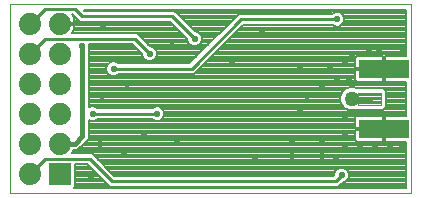
<source format=gbl>
G75*
%MOIN*%
%OFA0B0*%
%FSLAX25Y25*%
%IPPOS*%
%LPD*%
%AMOC8*
5,1,8,0,0,1.08239X$1,22.5*
%
%ADD10C,0.00000*%
%ADD11R,0.07400X0.07400*%
%ADD12C,0.07400*%
%ADD13C,0.05000*%
%ADD14C,0.00450*%
%ADD15R,0.17000X0.06000*%
%ADD16C,0.00800*%
%ADD17C,0.02100*%
%ADD18C,0.01000*%
%ADD19C,0.01600*%
D10*
X0004900Y0004900D02*
X0004900Y0067900D01*
X0138687Y0067900D01*
X0138687Y0004900D01*
X0004900Y0004900D01*
D11*
X0021400Y0011400D03*
D12*
X0011400Y0011400D03*
X0011400Y0021400D03*
X0021400Y0021400D03*
X0021400Y0031400D03*
X0011400Y0031400D03*
X0011400Y0041400D03*
X0021400Y0041400D03*
X0021400Y0051400D03*
X0011400Y0051400D03*
X0011400Y0061400D03*
X0021400Y0061400D03*
D13*
X0118900Y0036400D03*
D14*
X0120996Y0034375D02*
X0128546Y0034375D01*
X0120996Y0034375D02*
X0120996Y0038425D01*
X0128546Y0038425D01*
X0128546Y0034375D01*
X0128546Y0034824D02*
X0120996Y0034824D01*
X0120996Y0035273D02*
X0128546Y0035273D01*
X0128546Y0035722D02*
X0120996Y0035722D01*
X0120996Y0036171D02*
X0128546Y0036171D01*
X0128546Y0036620D02*
X0120996Y0036620D01*
X0120996Y0037069D02*
X0128546Y0037069D01*
X0128546Y0037518D02*
X0120996Y0037518D01*
X0120996Y0037967D02*
X0128546Y0037967D01*
X0128546Y0038416D02*
X0120996Y0038416D01*
D15*
X0129650Y0046400D03*
X0129650Y0026400D03*
D16*
X0129250Y0026497D02*
X0031100Y0026497D01*
X0031100Y0025699D02*
X0119750Y0025699D01*
X0119750Y0026000D02*
X0119750Y0023216D01*
X0119845Y0022860D01*
X0120030Y0022540D01*
X0120290Y0022280D01*
X0120610Y0022095D01*
X0120966Y0022000D01*
X0129250Y0022000D01*
X0129250Y0026000D01*
X0130050Y0026000D01*
X0130050Y0022000D01*
X0136787Y0022000D01*
X0136787Y0006800D01*
X0026180Y0006800D01*
X0026500Y0007120D01*
X0026500Y0014500D01*
X0030613Y0014500D01*
X0038113Y0007000D01*
X0114187Y0007000D01*
X0115637Y0008450D01*
X0115887Y0008450D01*
X0116788Y0008823D01*
X0117477Y0009512D01*
X0117850Y0010413D01*
X0117850Y0011387D01*
X0117477Y0012288D01*
X0116788Y0012977D01*
X0115887Y0013350D01*
X0114913Y0013350D01*
X0114012Y0012977D01*
X0113323Y0012288D01*
X0112950Y0011387D01*
X0112950Y0011137D01*
X0112613Y0010800D01*
X0039687Y0010800D01*
X0032187Y0018300D01*
X0025512Y0018300D01*
X0025724Y0018511D01*
X0026009Y0019200D01*
X0027311Y0019200D01*
X0029811Y0021700D01*
X0031100Y0022989D01*
X0031100Y0029287D01*
X0031913Y0028950D01*
X0032887Y0028950D01*
X0033788Y0029323D01*
X0033965Y0029500D01*
X0052335Y0029500D01*
X0052512Y0029323D01*
X0053413Y0028950D01*
X0054387Y0028950D01*
X0055288Y0029323D01*
X0055977Y0030012D01*
X0056350Y0030913D01*
X0056350Y0031887D01*
X0055977Y0032788D01*
X0055288Y0033477D01*
X0054387Y0033850D01*
X0053413Y0033850D01*
X0052512Y0033477D01*
X0052335Y0033300D01*
X0033965Y0033300D01*
X0033788Y0033477D01*
X0032887Y0033850D01*
X0031913Y0033850D01*
X0031100Y0033513D01*
X0031100Y0052809D01*
X0031350Y0053413D01*
X0031350Y0054387D01*
X0031303Y0054500D01*
X0045613Y0054500D01*
X0048950Y0051163D01*
X0048950Y0050913D01*
X0049323Y0050012D01*
X0050012Y0049323D01*
X0050913Y0048950D01*
X0051887Y0048950D01*
X0052788Y0049323D01*
X0053477Y0050012D01*
X0053850Y0050913D01*
X0053850Y0051887D01*
X0053477Y0052788D01*
X0052788Y0053477D01*
X0051887Y0053850D01*
X0051637Y0053850D01*
X0047187Y0058300D01*
X0025452Y0058300D01*
X0025762Y0058727D01*
X0026126Y0059442D01*
X0026374Y0060206D01*
X0026500Y0060999D01*
X0026500Y0061000D01*
X0021800Y0061000D01*
X0021800Y0061800D01*
X0026500Y0061800D01*
X0026500Y0061801D01*
X0026374Y0062594D01*
X0026126Y0063358D01*
X0025762Y0064073D01*
X0025452Y0064500D01*
X0025613Y0064500D01*
X0028113Y0062000D01*
X0058113Y0062000D01*
X0063950Y0056163D01*
X0063950Y0055913D01*
X0064323Y0055012D01*
X0065012Y0054323D01*
X0065913Y0053950D01*
X0066887Y0053950D01*
X0067788Y0054323D01*
X0068477Y0055012D01*
X0068850Y0055913D01*
X0068850Y0056887D01*
X0068477Y0057788D01*
X0067788Y0058477D01*
X0066887Y0058850D01*
X0066637Y0058850D01*
X0060800Y0064687D01*
X0059687Y0065800D01*
X0029687Y0065800D01*
X0029487Y0066000D01*
X0136787Y0066000D01*
X0136787Y0050800D01*
X0130050Y0050800D01*
X0130050Y0046800D01*
X0129250Y0046800D01*
X0129250Y0050800D01*
X0120966Y0050800D01*
X0120610Y0050705D01*
X0120290Y0050520D01*
X0120030Y0050260D01*
X0119845Y0049940D01*
X0119750Y0049584D01*
X0119750Y0046800D01*
X0129250Y0046800D01*
X0129250Y0046000D01*
X0130050Y0046000D01*
X0130050Y0042000D01*
X0136787Y0042000D01*
X0136787Y0030800D01*
X0130050Y0030800D01*
X0130050Y0026800D01*
X0129250Y0026800D01*
X0129250Y0030800D01*
X0120966Y0030800D01*
X0120610Y0030705D01*
X0120290Y0030520D01*
X0120030Y0030260D01*
X0119845Y0029940D01*
X0119750Y0029584D01*
X0119750Y0026800D01*
X0129250Y0026800D01*
X0129250Y0026000D01*
X0119750Y0026000D01*
X0119750Y0024900D02*
X0031100Y0024900D01*
X0031100Y0024102D02*
X0119750Y0024102D01*
X0119750Y0023303D02*
X0031100Y0023303D01*
X0030616Y0022505D02*
X0120065Y0022505D01*
X0129250Y0022505D02*
X0130050Y0022505D01*
X0130050Y0023303D02*
X0129250Y0023303D01*
X0129250Y0024102D02*
X0130050Y0024102D01*
X0130050Y0024900D02*
X0129250Y0024900D01*
X0129250Y0025699D02*
X0130050Y0025699D01*
X0130050Y0027296D02*
X0129250Y0027296D01*
X0129250Y0028094D02*
X0130050Y0028094D01*
X0130050Y0028893D02*
X0129250Y0028893D01*
X0129250Y0029691D02*
X0130050Y0029691D01*
X0130050Y0030490D02*
X0129250Y0030490D01*
X0129219Y0032750D02*
X0130171Y0033702D01*
X0130171Y0039098D01*
X0129219Y0040050D01*
X0120323Y0040050D01*
X0120310Y0040037D01*
X0119676Y0040300D01*
X0118124Y0040300D01*
X0116691Y0039706D01*
X0115594Y0038609D01*
X0115000Y0037176D01*
X0115000Y0035624D01*
X0115594Y0034191D01*
X0116691Y0033094D01*
X0118124Y0032500D01*
X0119676Y0032500D01*
X0120310Y0032763D01*
X0120323Y0032750D01*
X0129219Y0032750D01*
X0129355Y0032885D02*
X0136787Y0032885D01*
X0136787Y0032087D02*
X0056267Y0032087D01*
X0055879Y0032885D02*
X0117194Y0032885D01*
X0116101Y0033684D02*
X0054788Y0033684D01*
X0053012Y0033684D02*
X0033288Y0033684D01*
X0031512Y0033684D02*
X0031100Y0033684D01*
X0031100Y0034482D02*
X0115473Y0034482D01*
X0115142Y0035281D02*
X0031100Y0035281D01*
X0031100Y0036079D02*
X0115000Y0036079D01*
X0115000Y0036878D02*
X0031100Y0036878D01*
X0031100Y0037676D02*
X0115207Y0037676D01*
X0115538Y0038475D02*
X0031100Y0038475D01*
X0031100Y0039273D02*
X0116258Y0039273D01*
X0117574Y0040072D02*
X0031100Y0040072D01*
X0031100Y0040870D02*
X0136787Y0040870D01*
X0136787Y0040072D02*
X0120226Y0040072D01*
X0120610Y0042095D02*
X0120966Y0042000D01*
X0129250Y0042000D01*
X0129250Y0046000D01*
X0119750Y0046000D01*
X0119750Y0043216D01*
X0119845Y0042860D01*
X0120030Y0042540D01*
X0120290Y0042280D01*
X0120610Y0042095D01*
X0120103Y0042468D02*
X0031100Y0042468D01*
X0031100Y0043266D02*
X0119750Y0043266D01*
X0119750Y0044065D02*
X0040164Y0044065D01*
X0039887Y0043950D02*
X0040788Y0044323D01*
X0040965Y0044500D01*
X0066187Y0044500D01*
X0067300Y0045613D01*
X0082687Y0061000D01*
X0112335Y0061000D01*
X0112512Y0060823D01*
X0113413Y0060450D01*
X0114387Y0060450D01*
X0115288Y0060823D01*
X0115977Y0061512D01*
X0116350Y0062413D01*
X0116350Y0063387D01*
X0115977Y0064288D01*
X0115288Y0064977D01*
X0114387Y0065350D01*
X0113413Y0065350D01*
X0112512Y0064977D01*
X0112335Y0064800D01*
X0081113Y0064800D01*
X0064613Y0048300D01*
X0040965Y0048300D01*
X0040788Y0048477D01*
X0039887Y0048850D01*
X0038913Y0048850D01*
X0038012Y0048477D01*
X0037323Y0047788D01*
X0036950Y0046887D01*
X0036950Y0045913D01*
X0037323Y0045012D01*
X0038012Y0044323D01*
X0038913Y0043950D01*
X0039887Y0043950D01*
X0038636Y0044065D02*
X0031100Y0044065D01*
X0031100Y0044863D02*
X0037472Y0044863D01*
X0037054Y0045662D02*
X0031100Y0045662D01*
X0031100Y0046460D02*
X0036950Y0046460D01*
X0037104Y0047259D02*
X0031100Y0047259D01*
X0031100Y0048057D02*
X0037592Y0048057D01*
X0031100Y0048856D02*
X0065169Y0048856D01*
X0065967Y0049654D02*
X0053119Y0049654D01*
X0053659Y0050453D02*
X0066766Y0050453D01*
X0067564Y0051251D02*
X0053850Y0051251D01*
X0053783Y0052050D02*
X0068363Y0052050D01*
X0069161Y0052848D02*
X0053417Y0052848D01*
X0052378Y0053647D02*
X0069960Y0053647D01*
X0070758Y0054445D02*
X0067910Y0054445D01*
X0068573Y0055244D02*
X0071557Y0055244D01*
X0072355Y0056042D02*
X0068850Y0056042D01*
X0068850Y0056841D02*
X0073154Y0056841D01*
X0073952Y0057639D02*
X0068539Y0057639D01*
X0067827Y0058438D02*
X0074751Y0058438D01*
X0075549Y0059236D02*
X0066251Y0059236D01*
X0065452Y0060035D02*
X0076348Y0060035D01*
X0077146Y0060833D02*
X0064654Y0060833D01*
X0063855Y0061632D02*
X0077945Y0061632D01*
X0078743Y0062430D02*
X0063057Y0062430D01*
X0062258Y0063229D02*
X0079542Y0063229D01*
X0080340Y0064027D02*
X0061460Y0064027D01*
X0060661Y0064826D02*
X0112361Y0064826D01*
X0115439Y0064826D02*
X0136787Y0064826D01*
X0136787Y0065624D02*
X0059863Y0065624D01*
X0058481Y0061632D02*
X0021800Y0061632D01*
X0025785Y0064027D02*
X0026086Y0064027D01*
X0026168Y0063229D02*
X0026884Y0063229D01*
X0026400Y0062430D02*
X0027683Y0062430D01*
X0026474Y0060833D02*
X0059280Y0060833D01*
X0060078Y0060035D02*
X0026319Y0060035D01*
X0026021Y0059236D02*
X0060877Y0059236D01*
X0061675Y0058438D02*
X0025552Y0058438D01*
X0031326Y0054445D02*
X0045668Y0054445D01*
X0046466Y0053647D02*
X0031350Y0053647D01*
X0031116Y0052848D02*
X0047265Y0052848D01*
X0048063Y0052050D02*
X0031100Y0052050D01*
X0031100Y0051251D02*
X0048862Y0051251D01*
X0049141Y0050453D02*
X0031100Y0050453D01*
X0031100Y0049654D02*
X0049681Y0049654D01*
X0051042Y0054445D02*
X0064890Y0054445D01*
X0064227Y0055244D02*
X0050243Y0055244D01*
X0049445Y0056042D02*
X0063950Y0056042D01*
X0063272Y0056841D02*
X0048646Y0056841D01*
X0047848Y0057639D02*
X0062474Y0057639D01*
X0073737Y0052050D02*
X0136787Y0052050D01*
X0136787Y0052848D02*
X0074535Y0052848D01*
X0075334Y0053647D02*
X0136787Y0053647D01*
X0136787Y0054445D02*
X0076132Y0054445D01*
X0076931Y0055244D02*
X0136787Y0055244D01*
X0136787Y0056042D02*
X0077729Y0056042D01*
X0078528Y0056841D02*
X0136787Y0056841D01*
X0136787Y0057639D02*
X0079326Y0057639D01*
X0080125Y0058438D02*
X0136787Y0058438D01*
X0136787Y0059236D02*
X0080923Y0059236D01*
X0081722Y0060035D02*
X0136787Y0060035D01*
X0136787Y0060833D02*
X0115298Y0060833D01*
X0116027Y0061632D02*
X0136787Y0061632D01*
X0136787Y0062430D02*
X0116350Y0062430D01*
X0116350Y0063229D02*
X0136787Y0063229D01*
X0136787Y0064027D02*
X0116085Y0064027D01*
X0112502Y0060833D02*
X0082520Y0060833D01*
X0072938Y0051251D02*
X0136787Y0051251D01*
X0130050Y0050453D02*
X0129250Y0050453D01*
X0129250Y0049654D02*
X0130050Y0049654D01*
X0130050Y0048856D02*
X0129250Y0048856D01*
X0129250Y0048057D02*
X0130050Y0048057D01*
X0130050Y0047259D02*
X0129250Y0047259D01*
X0129250Y0046460D02*
X0068147Y0046460D01*
X0067349Y0045662D02*
X0119750Y0045662D01*
X0119750Y0044863D02*
X0066550Y0044863D01*
X0067300Y0045613D02*
X0067300Y0045613D01*
X0068946Y0047259D02*
X0119750Y0047259D01*
X0119750Y0048057D02*
X0069744Y0048057D01*
X0070543Y0048856D02*
X0119750Y0048856D01*
X0119769Y0049654D02*
X0071341Y0049654D01*
X0072140Y0050453D02*
X0120223Y0050453D01*
X0129250Y0045662D02*
X0130050Y0045662D01*
X0130050Y0044863D02*
X0129250Y0044863D01*
X0129250Y0044065D02*
X0130050Y0044065D01*
X0130050Y0043266D02*
X0129250Y0043266D01*
X0129250Y0042468D02*
X0130050Y0042468D01*
X0129996Y0039273D02*
X0136787Y0039273D01*
X0136787Y0038475D02*
X0130171Y0038475D01*
X0130171Y0037676D02*
X0136787Y0037676D01*
X0136787Y0036878D02*
X0130171Y0036878D01*
X0130171Y0036079D02*
X0136787Y0036079D01*
X0136787Y0035281D02*
X0130171Y0035281D01*
X0130171Y0034482D02*
X0136787Y0034482D01*
X0136787Y0033684D02*
X0130153Y0033684D01*
X0136787Y0031288D02*
X0056350Y0031288D01*
X0056175Y0030490D02*
X0120260Y0030490D01*
X0119779Y0029691D02*
X0055656Y0029691D01*
X0032773Y0017714D02*
X0136787Y0017714D01*
X0136787Y0018512D02*
X0025724Y0018512D01*
X0027422Y0019311D02*
X0136787Y0019311D01*
X0136787Y0020109D02*
X0028220Y0020109D01*
X0029019Y0020908D02*
X0136787Y0020908D01*
X0136787Y0021706D02*
X0029817Y0021706D01*
X0033572Y0016915D02*
X0136787Y0016915D01*
X0136787Y0016117D02*
X0034370Y0016117D01*
X0035169Y0015318D02*
X0136787Y0015318D01*
X0136787Y0014520D02*
X0035967Y0014520D01*
X0036766Y0013721D02*
X0136787Y0013721D01*
X0136787Y0012923D02*
X0116842Y0012923D01*
X0117545Y0012124D02*
X0136787Y0012124D01*
X0136787Y0011326D02*
X0117850Y0011326D01*
X0117850Y0010527D02*
X0136787Y0010527D01*
X0136787Y0009729D02*
X0117567Y0009729D01*
X0116895Y0008930D02*
X0136787Y0008930D01*
X0136787Y0008132D02*
X0115319Y0008132D01*
X0114520Y0007333D02*
X0136787Y0007333D01*
X0113958Y0012923D02*
X0037564Y0012923D01*
X0038363Y0012124D02*
X0113255Y0012124D01*
X0112950Y0011326D02*
X0039161Y0011326D01*
X0035384Y0009729D02*
X0026500Y0009729D01*
X0026500Y0010527D02*
X0034586Y0010527D01*
X0033787Y0011326D02*
X0026500Y0011326D01*
X0026500Y0012124D02*
X0032989Y0012124D01*
X0032190Y0012923D02*
X0026500Y0012923D01*
X0026500Y0013721D02*
X0031392Y0013721D01*
X0036183Y0008930D02*
X0026500Y0008930D01*
X0026500Y0008132D02*
X0036981Y0008132D01*
X0037780Y0007333D02*
X0026500Y0007333D01*
X0031100Y0027296D02*
X0119750Y0027296D01*
X0119750Y0028094D02*
X0031100Y0028094D01*
X0031100Y0028893D02*
X0119750Y0028893D01*
X0136787Y0041669D02*
X0031100Y0041669D01*
D17*
X0035400Y0037400D03*
X0043900Y0041400D03*
X0039400Y0046400D03*
X0051400Y0051400D03*
X0058900Y0053900D03*
X0066400Y0056400D03*
X0078900Y0048900D03*
X0088900Y0058900D03*
X0101400Y0046400D03*
X0111400Y0046400D03*
X0116400Y0047900D03*
X0118900Y0050900D03*
X0124400Y0051900D03*
X0127900Y0051900D03*
X0135900Y0051900D03*
X0117900Y0042900D03*
X0113900Y0042400D03*
X0108900Y0039900D03*
X0103900Y0037400D03*
X0101400Y0032400D03*
X0098900Y0027400D03*
X0098900Y0022400D03*
X0108900Y0022400D03*
X0116400Y0019900D03*
X0121400Y0019900D03*
X0126400Y0019900D03*
X0131400Y0019900D03*
X0135400Y0019900D03*
X0116400Y0024900D03*
X0111400Y0027400D03*
X0116400Y0029900D03*
X0108900Y0017400D03*
X0113400Y0015900D03*
X0115400Y0010900D03*
X0098900Y0017400D03*
X0086400Y0016400D03*
X0060400Y0022400D03*
X0049400Y0024400D03*
X0042900Y0017900D03*
X0034900Y0021400D03*
X0032400Y0031400D03*
X0053900Y0031400D03*
X0031900Y0010400D03*
X0028900Y0053900D03*
X0035900Y0060900D03*
X0113900Y0062900D03*
D18*
X0081900Y0062900D01*
X0065400Y0046400D01*
X0039400Y0046400D01*
X0046400Y0056400D02*
X0051400Y0051400D01*
X0046400Y0056400D02*
X0016400Y0056400D01*
X0011400Y0051400D01*
X0011400Y0061400D02*
X0016400Y0066400D01*
X0026400Y0066400D01*
X0028900Y0063900D01*
X0058900Y0063900D01*
X0066400Y0056400D01*
X0053900Y0031400D02*
X0032400Y0031400D01*
X0031400Y0016400D02*
X0016400Y0016400D01*
X0011400Y0011400D01*
X0031400Y0016400D02*
X0038900Y0008900D01*
X0113400Y0008900D01*
X0115400Y0010900D01*
D19*
X0118900Y0036400D02*
X0124771Y0036400D01*
X0028900Y0023900D02*
X0028900Y0053900D01*
X0028900Y0023900D02*
X0026400Y0021400D01*
X0021400Y0021400D01*
M02*

</source>
